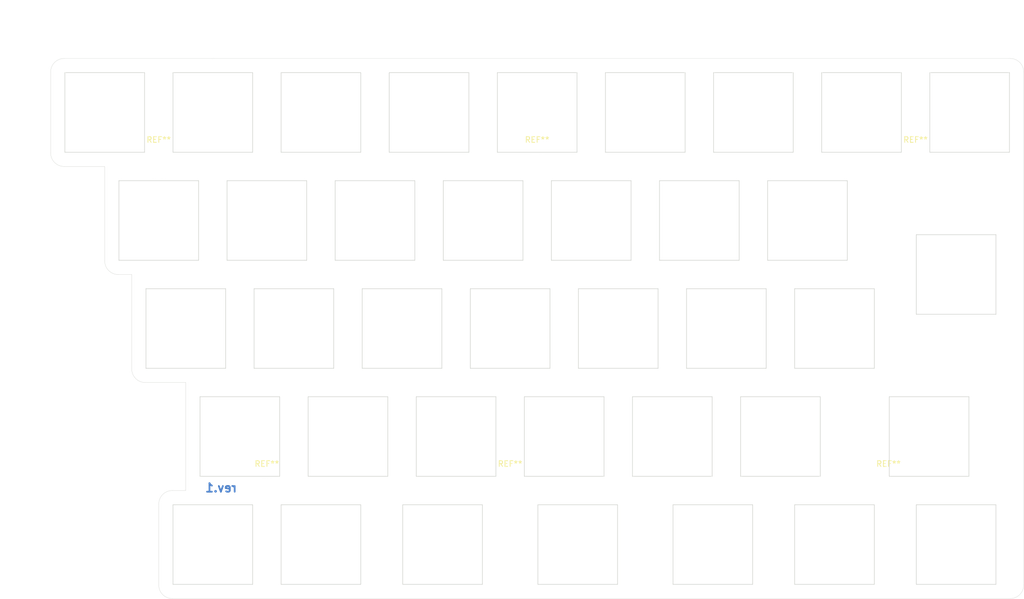
<source format=kicad_pcb>
(kicad_pcb (version 20171130) (host pcbnew 5.1.2-f72e74a~84~ubuntu18.04.1)

  (general
    (thickness 1.6)
    (drawings 25)
    (tracks 0)
    (zones 0)
    (modules 45)
    (nets 1)
  )

  (page A4)
  (layers
    (0 F.Cu signal)
    (31 B.Cu signal)
    (32 B.Adhes user)
    (33 F.Adhes user)
    (34 B.Paste user)
    (35 F.Paste user)
    (36 B.SilkS user)
    (37 F.SilkS user)
    (38 B.Mask user)
    (39 F.Mask user)
    (40 Dwgs.User user)
    (41 Cmts.User user)
    (42 Eco1.User user)
    (43 Eco2.User user)
    (44 Edge.Cuts user)
    (45 Margin user)
    (46 B.CrtYd user)
    (47 F.CrtYd user)
    (48 B.Fab user)
    (49 F.Fab user)
  )

  (setup
    (last_trace_width 0.25)
    (trace_clearance 0.2)
    (zone_clearance 0.508)
    (zone_45_only no)
    (trace_min 0.2)
    (via_size 0.8)
    (via_drill 0.4)
    (via_min_size 0.4)
    (via_min_drill 0.3)
    (uvia_size 0.3)
    (uvia_drill 0.1)
    (uvias_allowed no)
    (uvia_min_size 0.2)
    (uvia_min_drill 0.1)
    (edge_width 0.05)
    (segment_width 0.2)
    (pcb_text_width 0.3)
    (pcb_text_size 1.5 1.5)
    (mod_edge_width 0.12)
    (mod_text_size 1 1)
    (mod_text_width 0.15)
    (pad_size 2.55 2.5)
    (pad_drill 0)
    (pad_to_mask_clearance 0.051)
    (solder_mask_min_width 0.25)
    (aux_axis_origin 0 0)
    (visible_elements FFFFFF7F)
    (pcbplotparams
      (layerselection 0x010f0_ffffffff)
      (usegerberextensions true)
      (usegerberattributes false)
      (usegerberadvancedattributes false)
      (creategerberjobfile false)
      (excludeedgelayer true)
      (linewidth 0.100000)
      (plotframeref false)
      (viasonmask false)
      (mode 1)
      (useauxorigin false)
      (hpglpennumber 1)
      (hpglpenspeed 20)
      (hpglpendiameter 15.000000)
      (psnegative false)
      (psa4output false)
      (plotreference true)
      (plotvalue true)
      (plotinvisibletext false)
      (padsonsilk false)
      (subtractmaskfromsilk true)
      (outputformat 1)
      (mirror false)
      (drillshape 0)
      (scaleselection 1)
      (outputdirectory "../gerber-test/pcb/right/"))
  )

  (net 0 "")

  (net_class Default "これはデフォルトのネット クラスです。"
    (clearance 0.2)
    (trace_width 0.25)
    (via_dia 0.8)
    (via_drill 0.4)
    (uvia_dia 0.3)
    (uvia_drill 0.1)
  )

  (net_class Power ""
    (clearance 0.2)
    (trace_width 0.5)
    (via_dia 0.8)
    (via_drill 0.4)
    (uvia_dia 0.3)
    (uvia_drill 0.1)
  )

  (module lib:MX_CUTOUT (layer F.Cu) (tedit 5BCAE12D) (tstamp 5D03F3E8)
    (at 197.125 83.125)
    (fp_text reference MX_CUTOUT (at 0 1.5) (layer F.SilkS) hide
      (effects (font (size 1 1) (thickness 0.15)))
    )
    (fp_text value VAL** (at 0 0) (layer F.SilkS) hide
      (effects (font (size 1 1) (thickness 0.15)))
    )
    (fp_line (start 7 7) (end 7 -7) (layer Edge.Cuts) (width 0.1))
    (fp_line (start -7 7) (end 7 7) (layer Edge.Cuts) (width 0.1))
    (fp_line (start -7 -7) (end -7 7) (layer Edge.Cuts) (width 0.1))
    (fp_line (start 7 -7) (end -7 -7) (layer Edge.Cuts) (width 0.1))
  )

  (module Keebio-Parts:MX_Stabilizer_Cutout-2u (layer F.Cu) (tedit 59618178) (tstamp 5D03F3C8)
    (at 197.125 83.125 90)
    (fp_text reference REF** (at 0.25 10.05 90) (layer Eco2.User) hide
      (effects (font (size 1 1) (thickness 0.15)))
    )
    (fp_text value MX_Stabilizer_Cutout-2u (at 0 -15.24 90) (layer F.Fab) hide
      (effects (font (size 1 1) (thickness 0.15)))
    )
    (fp_line (start 19 -9.5) (end 19 9.5) (layer Dwgs.User) (width 0.15))
    (fp_line (start 19 9.5) (end -19 9.5) (layer Dwgs.User) (width 0.15))
    (fp_line (start -19 9.5) (end -19 -9.5) (layer Dwgs.User) (width 0.15))
    (fp_line (start -19 -9.5) (end 19 -9.5) (layer Dwgs.User) (width 0.15))
    (pad "" np_thru_hole oval (at -11.938 7.7724 90) (size 3.048 0.3048) (drill oval 3.048 0.3048) (layers *.Cu *.Mask))
    (pad "" np_thru_hole oval (at -10.5664 7.112 90) (size 0.3048 1.4732) (drill oval 0.3048 1.4732) (layers *.Cu *.Mask))
    (pad "" np_thru_hole oval (at -13.3096 7.112 90) (size 0.3048 1.4732) (drill oval 0.3048 1.4732) (layers *.Cu *.Mask))
    (pad "" np_thru_hole oval (at -15.5448 0.3556 90) (size 1.1684 0.3048) (drill oval 1.1684 0.3048) (layers *.Cu *.Mask))
    (pad "" np_thru_hole oval (at -11.938 6.4516 90) (size 6.6548 0.3048) (drill oval 6.6548 0.3048) (layers *.Cu *.Mask))
    (pad "" np_thru_hole oval (at -8.763 0.4572 90) (size 0.3048 12.2936) (drill oval 0.3048 12.2936) (layers *.Cu *.Mask))
    (pad "" np_thru_hole oval (at -15.113 0.4572 90) (size 0.3048 12.2936) (drill oval 0.3048 12.2936) (layers *.Cu *.Mask))
    (pad "" np_thru_hole oval (at -15.9766 -0.889 90) (size 0.3048 2.794) (drill oval 0.3048 2.794) (layers *.Cu *.Mask))
    (pad "" np_thru_hole oval (at -15.5448 -2.1336 90) (size 1.1684 0.3048) (drill oval 1.1684 0.3048) (layers *.Cu *.Mask))
    (pad "" np_thru_hole oval (at -11.938 -5.5372 90) (size 6.6548 0.3048) (drill oval 6.6548 0.3048) (layers *.Cu *.Mask))
    (pad "" np_thru_hole oval (at 15.5448 0.3556 90) (size 1.1684 0.3048) (drill oval 1.1684 0.3048) (layers *.Cu *.Mask))
    (pad "" np_thru_hole oval (at 13.3096 7.112 90) (size 0.3048 1.4732) (drill oval 0.3048 1.4732) (layers *.Cu *.Mask))
    (pad "" np_thru_hole oval (at 15.5448 -2.1336 90) (size 1.1684 0.3048) (drill oval 1.1684 0.3048) (layers *.Cu *.Mask))
    (pad "" np_thru_hole oval (at 10.5664 7.112 90) (size 0.3048 1.4732) (drill oval 0.3048 1.4732) (layers *.Cu *.Mask))
    (pad "" np_thru_hole oval (at 15.9766 -0.889 90) (size 0.3048 2.794) (drill oval 0.3048 2.794) (layers *.Cu *.Mask))
    (pad "" np_thru_hole oval (at 15.113 0.4572 90) (size 0.3048 12.2936) (drill oval 0.3048 12.2936) (layers *.Cu *.Mask))
    (pad "" np_thru_hole oval (at 11.938 6.4516 90) (size 6.6548 0.3048) (drill oval 6.6548 0.3048) (layers *.Cu *.Mask))
    (pad "" np_thru_hole oval (at 8.763 0.4572 90) (size 0.3048 12.2936) (drill oval 0.3048 12.2936) (layers *.Cu *.Mask))
    (pad "" np_thru_hole oval (at 11.938 -5.5372 90) (size 6.6548 0.3048) (drill oval 6.6548 0.3048) (layers *.Cu *.Mask))
    (pad "" np_thru_hole oval (at 11.938 7.7724 90) (size 3.048 0.3048) (drill oval 3.048 0.3048) (layers *.Cu *.Mask))
  )

  (module lib:MX_CUTOUT (layer F.Cu) (tedit 5BCAE12D) (tstamp 5CFEA594)
    (at 66.5 130.625)
    (fp_text reference MX_CUTOUT (at 0 1.5) (layer F.SilkS) hide
      (effects (font (size 1 1) (thickness 0.15)))
    )
    (fp_text value VAL** (at 0 0) (layer F.SilkS) hide
      (effects (font (size 1 1) (thickness 0.15)))
    )
    (fp_line (start 7 7) (end 7 -7) (layer Edge.Cuts) (width 0.1))
    (fp_line (start -7 7) (end 7 7) (layer Edge.Cuts) (width 0.1))
    (fp_line (start -7 -7) (end -7 7) (layer Edge.Cuts) (width 0.1))
    (fp_line (start 7 -7) (end -7 -7) (layer Edge.Cuts) (width 0.1))
  )

  (module lib:MX_CUTOUT (layer F.Cu) (tedit 5BCAE12D) (tstamp 5CFEA576)
    (at 85.5 130.625)
    (fp_text reference MX_CUTOUT (at 0 1.5) (layer F.SilkS) hide
      (effects (font (size 1 1) (thickness 0.15)))
    )
    (fp_text value VAL** (at 0 0) (layer F.SilkS) hide
      (effects (font (size 1 1) (thickness 0.15)))
    )
    (fp_line (start 7 7) (end 7 -7) (layer Edge.Cuts) (width 0.1))
    (fp_line (start -7 7) (end 7 7) (layer Edge.Cuts) (width 0.1))
    (fp_line (start -7 -7) (end -7 7) (layer Edge.Cuts) (width 0.1))
    (fp_line (start 7 -7) (end -7 -7) (layer Edge.Cuts) (width 0.1))
  )

  (module lib:MX_CUTOUT (layer F.Cu) (tedit 5BCAE12D) (tstamp 5CFEA558)
    (at 106.875 130.625)
    (fp_text reference MX_CUTOUT (at 0 1.5) (layer F.SilkS) hide
      (effects (font (size 1 1) (thickness 0.15)))
    )
    (fp_text value VAL** (at 0 0) (layer F.SilkS) hide
      (effects (font (size 1 1) (thickness 0.15)))
    )
    (fp_line (start 7 7) (end 7 -7) (layer Edge.Cuts) (width 0.1))
    (fp_line (start -7 7) (end 7 7) (layer Edge.Cuts) (width 0.1))
    (fp_line (start -7 -7) (end -7 7) (layer Edge.Cuts) (width 0.1))
    (fp_line (start 7 -7) (end -7 -7) (layer Edge.Cuts) (width 0.1))
  )

  (module lib:MX_CUTOUT (layer F.Cu) (tedit 5BCAE12D) (tstamp 5CFEA53A)
    (at 130.625 130.625)
    (fp_text reference MX_CUTOUT (at 0 1.5) (layer F.SilkS) hide
      (effects (font (size 1 1) (thickness 0.15)))
    )
    (fp_text value VAL** (at 0 0) (layer F.SilkS) hide
      (effects (font (size 1 1) (thickness 0.15)))
    )
    (fp_line (start 7 7) (end 7 -7) (layer Edge.Cuts) (width 0.1))
    (fp_line (start -7 7) (end 7 7) (layer Edge.Cuts) (width 0.1))
    (fp_line (start -7 -7) (end -7 7) (layer Edge.Cuts) (width 0.1))
    (fp_line (start 7 -7) (end -7 -7) (layer Edge.Cuts) (width 0.1))
  )

  (module lib:MX_CUTOUT (layer F.Cu) (tedit 5BCAE12D) (tstamp 5CFEA51C)
    (at 154.375 130.625)
    (fp_text reference MX_CUTOUT (at 0 1.5) (layer F.SilkS) hide
      (effects (font (size 1 1) (thickness 0.15)))
    )
    (fp_text value VAL** (at 0 0) (layer F.SilkS) hide
      (effects (font (size 1 1) (thickness 0.15)))
    )
    (fp_line (start 7 7) (end 7 -7) (layer Edge.Cuts) (width 0.1))
    (fp_line (start -7 7) (end 7 7) (layer Edge.Cuts) (width 0.1))
    (fp_line (start -7 -7) (end -7 7) (layer Edge.Cuts) (width 0.1))
    (fp_line (start 7 -7) (end -7 -7) (layer Edge.Cuts) (width 0.1))
  )

  (module lib:MX_CUTOUT (layer F.Cu) (tedit 5BCAE12D) (tstamp 5CFEA4FE)
    (at 175.75 130.625)
    (fp_text reference MX_CUTOUT (at 0 1.5) (layer F.SilkS) hide
      (effects (font (size 1 1) (thickness 0.15)))
    )
    (fp_text value VAL** (at 0 0) (layer F.SilkS) hide
      (effects (font (size 1 1) (thickness 0.15)))
    )
    (fp_line (start 7 7) (end 7 -7) (layer Edge.Cuts) (width 0.1))
    (fp_line (start -7 7) (end 7 7) (layer Edge.Cuts) (width 0.1))
    (fp_line (start -7 -7) (end -7 7) (layer Edge.Cuts) (width 0.1))
    (fp_line (start 7 -7) (end -7 -7) (layer Edge.Cuts) (width 0.1))
  )

  (module lib:MX_CUTOUT (layer F.Cu) (tedit 5BCAE12D) (tstamp 5CFEA4E0)
    (at 197.125 130.625)
    (fp_text reference MX_CUTOUT (at 0 1.5) (layer F.SilkS) hide
      (effects (font (size 1 1) (thickness 0.15)))
    )
    (fp_text value VAL** (at 0 0) (layer F.SilkS) hide
      (effects (font (size 1 1) (thickness 0.15)))
    )
    (fp_line (start 7 7) (end 7 -7) (layer Edge.Cuts) (width 0.1))
    (fp_line (start -7 7) (end 7 7) (layer Edge.Cuts) (width 0.1))
    (fp_line (start -7 -7) (end -7 7) (layer Edge.Cuts) (width 0.1))
    (fp_line (start 7 -7) (end -7 -7) (layer Edge.Cuts) (width 0.1))
  )

  (module lib:MX_CUTOUT (layer F.Cu) (tedit 5BCAE12D) (tstamp 5CFEA4C2)
    (at 199.5 54.625)
    (fp_text reference MX_CUTOUT (at 0 1.5) (layer F.SilkS) hide
      (effects (font (size 1 1) (thickness 0.15)))
    )
    (fp_text value VAL** (at 0 0) (layer F.SilkS) hide
      (effects (font (size 1 1) (thickness 0.15)))
    )
    (fp_line (start 7 7) (end 7 -7) (layer Edge.Cuts) (width 0.1))
    (fp_line (start -7 7) (end 7 7) (layer Edge.Cuts) (width 0.1))
    (fp_line (start -7 -7) (end -7 7) (layer Edge.Cuts) (width 0.1))
    (fp_line (start 7 -7) (end -7 -7) (layer Edge.Cuts) (width 0.1))
  )

  (module lib:MX_CUTOUT (layer F.Cu) (tedit 5BCAE12D) (tstamp 5CFEA4A4)
    (at 180.5 54.625)
    (fp_text reference MX_CUTOUT (at 0 1.5) (layer F.SilkS) hide
      (effects (font (size 1 1) (thickness 0.15)))
    )
    (fp_text value VAL** (at 0 0) (layer F.SilkS) hide
      (effects (font (size 1 1) (thickness 0.15)))
    )
    (fp_line (start 7 7) (end 7 -7) (layer Edge.Cuts) (width 0.1))
    (fp_line (start -7 7) (end 7 7) (layer Edge.Cuts) (width 0.1))
    (fp_line (start -7 -7) (end -7 7) (layer Edge.Cuts) (width 0.1))
    (fp_line (start 7 -7) (end -7 -7) (layer Edge.Cuts) (width 0.1))
  )

  (module lib:MX_CUTOUT (layer F.Cu) (tedit 5BCAE12D) (tstamp 5CFEA486)
    (at 161.5 54.625)
    (fp_text reference MX_CUTOUT (at 0 1.5) (layer F.SilkS) hide
      (effects (font (size 1 1) (thickness 0.15)))
    )
    (fp_text value VAL** (at 0 0) (layer F.SilkS) hide
      (effects (font (size 1 1) (thickness 0.15)))
    )
    (fp_line (start 7 7) (end 7 -7) (layer Edge.Cuts) (width 0.1))
    (fp_line (start -7 7) (end 7 7) (layer Edge.Cuts) (width 0.1))
    (fp_line (start -7 -7) (end -7 7) (layer Edge.Cuts) (width 0.1))
    (fp_line (start 7 -7) (end -7 -7) (layer Edge.Cuts) (width 0.1))
  )

  (module lib:MX_CUTOUT (layer F.Cu) (tedit 5BCAE12D) (tstamp 5CFEA468)
    (at 142.5 54.625)
    (fp_text reference MX_CUTOUT (at 0 1.5) (layer F.SilkS) hide
      (effects (font (size 1 1) (thickness 0.15)))
    )
    (fp_text value VAL** (at 0 0) (layer F.SilkS) hide
      (effects (font (size 1 1) (thickness 0.15)))
    )
    (fp_line (start 7 7) (end 7 -7) (layer Edge.Cuts) (width 0.1))
    (fp_line (start -7 7) (end 7 7) (layer Edge.Cuts) (width 0.1))
    (fp_line (start -7 -7) (end -7 7) (layer Edge.Cuts) (width 0.1))
    (fp_line (start 7 -7) (end -7 -7) (layer Edge.Cuts) (width 0.1))
  )

  (module lib:MX_CUTOUT (layer F.Cu) (tedit 5BCAE12D) (tstamp 5CFEA44A)
    (at 123.5 54.625)
    (fp_text reference MX_CUTOUT (at 0 1.5) (layer F.SilkS) hide
      (effects (font (size 1 1) (thickness 0.15)))
    )
    (fp_text value VAL** (at 0 0) (layer F.SilkS) hide
      (effects (font (size 1 1) (thickness 0.15)))
    )
    (fp_line (start 7 7) (end 7 -7) (layer Edge.Cuts) (width 0.1))
    (fp_line (start -7 7) (end 7 7) (layer Edge.Cuts) (width 0.1))
    (fp_line (start -7 -7) (end -7 7) (layer Edge.Cuts) (width 0.1))
    (fp_line (start 7 -7) (end -7 -7) (layer Edge.Cuts) (width 0.1))
  )

  (module lib:MX_CUTOUT (layer F.Cu) (tedit 5BCAE12D) (tstamp 5CFEA42C)
    (at 104.5 54.625)
    (fp_text reference MX_CUTOUT (at 0 1.5) (layer F.SilkS) hide
      (effects (font (size 1 1) (thickness 0.15)))
    )
    (fp_text value VAL** (at 0 0) (layer F.SilkS) hide
      (effects (font (size 1 1) (thickness 0.15)))
    )
    (fp_line (start 7 7) (end 7 -7) (layer Edge.Cuts) (width 0.1))
    (fp_line (start -7 7) (end 7 7) (layer Edge.Cuts) (width 0.1))
    (fp_line (start -7 -7) (end -7 7) (layer Edge.Cuts) (width 0.1))
    (fp_line (start 7 -7) (end -7 -7) (layer Edge.Cuts) (width 0.1))
  )

  (module lib:MX_CUTOUT (layer F.Cu) (tedit 5BCAE12D) (tstamp 5CFEA40E)
    (at 85.5 54.625)
    (fp_text reference MX_CUTOUT (at 0 1.5) (layer F.SilkS) hide
      (effects (font (size 1 1) (thickness 0.15)))
    )
    (fp_text value VAL** (at 0 0) (layer F.SilkS) hide
      (effects (font (size 1 1) (thickness 0.15)))
    )
    (fp_line (start 7 7) (end 7 -7) (layer Edge.Cuts) (width 0.1))
    (fp_line (start -7 7) (end 7 7) (layer Edge.Cuts) (width 0.1))
    (fp_line (start -7 -7) (end -7 7) (layer Edge.Cuts) (width 0.1))
    (fp_line (start 7 -7) (end -7 -7) (layer Edge.Cuts) (width 0.1))
  )

  (module lib:MX_CUTOUT (layer F.Cu) (tedit 5BCAE12D) (tstamp 5CFEA3F0)
    (at 66.5 54.625)
    (fp_text reference MX_CUTOUT (at 0 1.5) (layer F.SilkS) hide
      (effects (font (size 1 1) (thickness 0.15)))
    )
    (fp_text value VAL** (at 0 0) (layer F.SilkS) hide
      (effects (font (size 1 1) (thickness 0.15)))
    )
    (fp_line (start 7 7) (end 7 -7) (layer Edge.Cuts) (width 0.1))
    (fp_line (start -7 7) (end 7 7) (layer Edge.Cuts) (width 0.1))
    (fp_line (start -7 -7) (end -7 7) (layer Edge.Cuts) (width 0.1))
    (fp_line (start 7 -7) (end -7 -7) (layer Edge.Cuts) (width 0.1))
  )

  (module lib:MX_CUTOUT (layer F.Cu) (tedit 5BCAE12D) (tstamp 5CFEA3D2)
    (at 47.5 54.625)
    (fp_text reference MX_CUTOUT (at 0 1.5) (layer F.SilkS) hide
      (effects (font (size 1 1) (thickness 0.15)))
    )
    (fp_text value VAL** (at 0 0) (layer F.SilkS) hide
      (effects (font (size 1 1) (thickness 0.15)))
    )
    (fp_line (start 7 7) (end 7 -7) (layer Edge.Cuts) (width 0.1))
    (fp_line (start -7 7) (end 7 7) (layer Edge.Cuts) (width 0.1))
    (fp_line (start -7 -7) (end -7 7) (layer Edge.Cuts) (width 0.1))
    (fp_line (start 7 -7) (end -7 -7) (layer Edge.Cuts) (width 0.1))
  )

  (module lib:MX_CUTOUT (layer F.Cu) (tedit 5BCAE12D) (tstamp 5CFEA3B4)
    (at 57 73.625)
    (fp_text reference MX_CUTOUT (at 0 1.5) (layer F.SilkS) hide
      (effects (font (size 1 1) (thickness 0.15)))
    )
    (fp_text value VAL** (at 0 0) (layer F.SilkS) hide
      (effects (font (size 1 1) (thickness 0.15)))
    )
    (fp_line (start 7 7) (end 7 -7) (layer Edge.Cuts) (width 0.1))
    (fp_line (start -7 7) (end 7 7) (layer Edge.Cuts) (width 0.1))
    (fp_line (start -7 -7) (end -7 7) (layer Edge.Cuts) (width 0.1))
    (fp_line (start 7 -7) (end -7 -7) (layer Edge.Cuts) (width 0.1))
  )

  (module lib:MX_CUTOUT (layer F.Cu) (tedit 5BCAE12D) (tstamp 5CFEA396)
    (at 76 73.625)
    (fp_text reference MX_CUTOUT (at 0 1.5) (layer F.SilkS) hide
      (effects (font (size 1 1) (thickness 0.15)))
    )
    (fp_text value VAL** (at 0 0) (layer F.SilkS) hide
      (effects (font (size 1 1) (thickness 0.15)))
    )
    (fp_line (start 7 7) (end 7 -7) (layer Edge.Cuts) (width 0.1))
    (fp_line (start -7 7) (end 7 7) (layer Edge.Cuts) (width 0.1))
    (fp_line (start -7 -7) (end -7 7) (layer Edge.Cuts) (width 0.1))
    (fp_line (start 7 -7) (end -7 -7) (layer Edge.Cuts) (width 0.1))
  )

  (module lib:MX_CUTOUT (layer F.Cu) (tedit 5BCAE12D) (tstamp 5CFEA378)
    (at 95 73.625)
    (fp_text reference MX_CUTOUT (at 0 1.5) (layer F.SilkS) hide
      (effects (font (size 1 1) (thickness 0.15)))
    )
    (fp_text value VAL** (at 0 0) (layer F.SilkS) hide
      (effects (font (size 1 1) (thickness 0.15)))
    )
    (fp_line (start 7 7) (end 7 -7) (layer Edge.Cuts) (width 0.1))
    (fp_line (start -7 7) (end 7 7) (layer Edge.Cuts) (width 0.1))
    (fp_line (start -7 -7) (end -7 7) (layer Edge.Cuts) (width 0.1))
    (fp_line (start 7 -7) (end -7 -7) (layer Edge.Cuts) (width 0.1))
  )

  (module lib:MX_CUTOUT (layer F.Cu) (tedit 5BCAE12D) (tstamp 5CFEA35A)
    (at 114 73.625)
    (fp_text reference MX_CUTOUT (at 0 1.5) (layer F.SilkS) hide
      (effects (font (size 1 1) (thickness 0.15)))
    )
    (fp_text value VAL** (at 0 0) (layer F.SilkS) hide
      (effects (font (size 1 1) (thickness 0.15)))
    )
    (fp_line (start 7 7) (end 7 -7) (layer Edge.Cuts) (width 0.1))
    (fp_line (start -7 7) (end 7 7) (layer Edge.Cuts) (width 0.1))
    (fp_line (start -7 -7) (end -7 7) (layer Edge.Cuts) (width 0.1))
    (fp_line (start 7 -7) (end -7 -7) (layer Edge.Cuts) (width 0.1))
  )

  (module lib:MX_CUTOUT (layer F.Cu) (tedit 5BCAE12D) (tstamp 5CFEA33C)
    (at 133 73.625)
    (fp_text reference MX_CUTOUT (at 0 1.5) (layer F.SilkS) hide
      (effects (font (size 1 1) (thickness 0.15)))
    )
    (fp_text value VAL** (at 0 0) (layer F.SilkS) hide
      (effects (font (size 1 1) (thickness 0.15)))
    )
    (fp_line (start 7 7) (end 7 -7) (layer Edge.Cuts) (width 0.1))
    (fp_line (start -7 7) (end 7 7) (layer Edge.Cuts) (width 0.1))
    (fp_line (start -7 -7) (end -7 7) (layer Edge.Cuts) (width 0.1))
    (fp_line (start 7 -7) (end -7 -7) (layer Edge.Cuts) (width 0.1))
  )

  (module lib:MX_CUTOUT (layer F.Cu) (tedit 5BCAE12D) (tstamp 5CFEA31E)
    (at 152 73.625)
    (fp_text reference MX_CUTOUT (at 0 1.5) (layer F.SilkS) hide
      (effects (font (size 1 1) (thickness 0.15)))
    )
    (fp_text value VAL** (at 0 0) (layer F.SilkS) hide
      (effects (font (size 1 1) (thickness 0.15)))
    )
    (fp_line (start 7 7) (end 7 -7) (layer Edge.Cuts) (width 0.1))
    (fp_line (start -7 7) (end 7 7) (layer Edge.Cuts) (width 0.1))
    (fp_line (start -7 -7) (end -7 7) (layer Edge.Cuts) (width 0.1))
    (fp_line (start 7 -7) (end -7 -7) (layer Edge.Cuts) (width 0.1))
  )

  (module lib:MX_CUTOUT (layer F.Cu) (tedit 5BCAE12D) (tstamp 5CFEA300)
    (at 171 73.625)
    (fp_text reference MX_CUTOUT (at 0 1.5) (layer F.SilkS) hide
      (effects (font (size 1 1) (thickness 0.15)))
    )
    (fp_text value VAL** (at 0 0) (layer F.SilkS) hide
      (effects (font (size 1 1) (thickness 0.15)))
    )
    (fp_line (start 7 7) (end 7 -7) (layer Edge.Cuts) (width 0.1))
    (fp_line (start -7 7) (end 7 7) (layer Edge.Cuts) (width 0.1))
    (fp_line (start -7 -7) (end -7 7) (layer Edge.Cuts) (width 0.1))
    (fp_line (start 7 -7) (end -7 -7) (layer Edge.Cuts) (width 0.1))
  )

  (module lib:MX_CUTOUT (layer F.Cu) (tedit 5BCAE12D) (tstamp 5CFEA2E2)
    (at 175.75 92.625)
    (fp_text reference MX_CUTOUT (at 0 1.5) (layer F.SilkS) hide
      (effects (font (size 1 1) (thickness 0.15)))
    )
    (fp_text value VAL** (at 0 0) (layer F.SilkS) hide
      (effects (font (size 1 1) (thickness 0.15)))
    )
    (fp_line (start 7 7) (end 7 -7) (layer Edge.Cuts) (width 0.1))
    (fp_line (start -7 7) (end 7 7) (layer Edge.Cuts) (width 0.1))
    (fp_line (start -7 -7) (end -7 7) (layer Edge.Cuts) (width 0.1))
    (fp_line (start 7 -7) (end -7 -7) (layer Edge.Cuts) (width 0.1))
  )

  (module lib:MX_CUTOUT (layer F.Cu) (tedit 5BCAE12D) (tstamp 5CFEA2C4)
    (at 156.75 92.625)
    (fp_text reference MX_CUTOUT (at 0 1.5) (layer F.SilkS) hide
      (effects (font (size 1 1) (thickness 0.15)))
    )
    (fp_text value VAL** (at 0 0) (layer F.SilkS) hide
      (effects (font (size 1 1) (thickness 0.15)))
    )
    (fp_line (start 7 7) (end 7 -7) (layer Edge.Cuts) (width 0.1))
    (fp_line (start -7 7) (end 7 7) (layer Edge.Cuts) (width 0.1))
    (fp_line (start -7 -7) (end -7 7) (layer Edge.Cuts) (width 0.1))
    (fp_line (start 7 -7) (end -7 -7) (layer Edge.Cuts) (width 0.1))
  )

  (module lib:MX_CUTOUT (layer F.Cu) (tedit 5BCAE12D) (tstamp 5CFEA2A6)
    (at 137.75 92.625)
    (fp_text reference MX_CUTOUT (at 0 1.5) (layer F.SilkS) hide
      (effects (font (size 1 1) (thickness 0.15)))
    )
    (fp_text value VAL** (at 0 0) (layer F.SilkS) hide
      (effects (font (size 1 1) (thickness 0.15)))
    )
    (fp_line (start 7 7) (end 7 -7) (layer Edge.Cuts) (width 0.1))
    (fp_line (start -7 7) (end 7 7) (layer Edge.Cuts) (width 0.1))
    (fp_line (start -7 -7) (end -7 7) (layer Edge.Cuts) (width 0.1))
    (fp_line (start 7 -7) (end -7 -7) (layer Edge.Cuts) (width 0.1))
  )

  (module lib:MX_CUTOUT (layer F.Cu) (tedit 5BCAE12D) (tstamp 5CFEA288)
    (at 118.75 92.625)
    (fp_text reference MX_CUTOUT (at 0 1.5) (layer F.SilkS) hide
      (effects (font (size 1 1) (thickness 0.15)))
    )
    (fp_text value VAL** (at 0 0) (layer F.SilkS) hide
      (effects (font (size 1 1) (thickness 0.15)))
    )
    (fp_line (start 7 7) (end 7 -7) (layer Edge.Cuts) (width 0.1))
    (fp_line (start -7 7) (end 7 7) (layer Edge.Cuts) (width 0.1))
    (fp_line (start -7 -7) (end -7 7) (layer Edge.Cuts) (width 0.1))
    (fp_line (start 7 -7) (end -7 -7) (layer Edge.Cuts) (width 0.1))
  )

  (module lib:MX_CUTOUT (layer F.Cu) (tedit 5BCAE12D) (tstamp 5CFEA26A)
    (at 99.75 92.625)
    (fp_text reference MX_CUTOUT (at 0 1.5) (layer F.SilkS) hide
      (effects (font (size 1 1) (thickness 0.15)))
    )
    (fp_text value VAL** (at 0 0) (layer F.SilkS) hide
      (effects (font (size 1 1) (thickness 0.15)))
    )
    (fp_line (start 7 7) (end 7 -7) (layer Edge.Cuts) (width 0.1))
    (fp_line (start -7 7) (end 7 7) (layer Edge.Cuts) (width 0.1))
    (fp_line (start -7 -7) (end -7 7) (layer Edge.Cuts) (width 0.1))
    (fp_line (start 7 -7) (end -7 -7) (layer Edge.Cuts) (width 0.1))
  )

  (module lib:MX_CUTOUT (layer F.Cu) (tedit 5BCAE12D) (tstamp 5CFEA24C)
    (at 80.75 92.625)
    (fp_text reference MX_CUTOUT (at 0 1.5) (layer F.SilkS) hide
      (effects (font (size 1 1) (thickness 0.15)))
    )
    (fp_text value VAL** (at 0 0) (layer F.SilkS) hide
      (effects (font (size 1 1) (thickness 0.15)))
    )
    (fp_line (start 7 7) (end 7 -7) (layer Edge.Cuts) (width 0.1))
    (fp_line (start -7 7) (end 7 7) (layer Edge.Cuts) (width 0.1))
    (fp_line (start -7 -7) (end -7 7) (layer Edge.Cuts) (width 0.1))
    (fp_line (start 7 -7) (end -7 -7) (layer Edge.Cuts) (width 0.1))
  )

  (module lib:MX_CUTOUT (layer F.Cu) (tedit 5BCAE12D) (tstamp 5CFEA22E)
    (at 61.75 92.625)
    (fp_text reference MX_CUTOUT (at 0 1.5) (layer F.SilkS) hide
      (effects (font (size 1 1) (thickness 0.15)))
    )
    (fp_text value VAL** (at 0 0) (layer F.SilkS) hide
      (effects (font (size 1 1) (thickness 0.15)))
    )
    (fp_line (start 7 7) (end 7 -7) (layer Edge.Cuts) (width 0.1))
    (fp_line (start -7 7) (end 7 7) (layer Edge.Cuts) (width 0.1))
    (fp_line (start -7 -7) (end -7 7) (layer Edge.Cuts) (width 0.1))
    (fp_line (start 7 -7) (end -7 -7) (layer Edge.Cuts) (width 0.1))
  )

  (module lib:MX_CUTOUT (layer F.Cu) (tedit 5BCAE12D) (tstamp 5CFEA210)
    (at 71.25 111.625)
    (fp_text reference MX_CUTOUT (at 0 1.5) (layer F.SilkS) hide
      (effects (font (size 1 1) (thickness 0.15)))
    )
    (fp_text value VAL** (at 0 0) (layer F.SilkS) hide
      (effects (font (size 1 1) (thickness 0.15)))
    )
    (fp_line (start 7 7) (end 7 -7) (layer Edge.Cuts) (width 0.1))
    (fp_line (start -7 7) (end 7 7) (layer Edge.Cuts) (width 0.1))
    (fp_line (start -7 -7) (end -7 7) (layer Edge.Cuts) (width 0.1))
    (fp_line (start 7 -7) (end -7 -7) (layer Edge.Cuts) (width 0.1))
  )

  (module lib:MX_CUTOUT (layer F.Cu) (tedit 5BCAE12D) (tstamp 5CFEA1F2)
    (at 90.25 111.625)
    (fp_text reference MX_CUTOUT (at 0 1.5) (layer F.SilkS) hide
      (effects (font (size 1 1) (thickness 0.15)))
    )
    (fp_text value VAL** (at 0 0) (layer F.SilkS) hide
      (effects (font (size 1 1) (thickness 0.15)))
    )
    (fp_line (start 7 7) (end 7 -7) (layer Edge.Cuts) (width 0.1))
    (fp_line (start -7 7) (end 7 7) (layer Edge.Cuts) (width 0.1))
    (fp_line (start -7 -7) (end -7 7) (layer Edge.Cuts) (width 0.1))
    (fp_line (start 7 -7) (end -7 -7) (layer Edge.Cuts) (width 0.1))
  )

  (module lib:MX_CUTOUT (layer F.Cu) (tedit 5BCAE12D) (tstamp 5CFEA1D4)
    (at 109.25 111.625)
    (fp_text reference MX_CUTOUT (at 0 1.5) (layer F.SilkS) hide
      (effects (font (size 1 1) (thickness 0.15)))
    )
    (fp_text value VAL** (at 0 0) (layer F.SilkS) hide
      (effects (font (size 1 1) (thickness 0.15)))
    )
    (fp_line (start 7 7) (end 7 -7) (layer Edge.Cuts) (width 0.1))
    (fp_line (start -7 7) (end 7 7) (layer Edge.Cuts) (width 0.1))
    (fp_line (start -7 -7) (end -7 7) (layer Edge.Cuts) (width 0.1))
    (fp_line (start 7 -7) (end -7 -7) (layer Edge.Cuts) (width 0.1))
  )

  (module lib:MX_CUTOUT (layer F.Cu) (tedit 5BCAE12D) (tstamp 5CFEA1B6)
    (at 128.25 111.625)
    (fp_text reference MX_CUTOUT (at 0 1.5) (layer F.SilkS) hide
      (effects (font (size 1 1) (thickness 0.15)))
    )
    (fp_text value VAL** (at 0 0) (layer F.SilkS) hide
      (effects (font (size 1 1) (thickness 0.15)))
    )
    (fp_line (start 7 7) (end 7 -7) (layer Edge.Cuts) (width 0.1))
    (fp_line (start -7 7) (end 7 7) (layer Edge.Cuts) (width 0.1))
    (fp_line (start -7 -7) (end -7 7) (layer Edge.Cuts) (width 0.1))
    (fp_line (start 7 -7) (end -7 -7) (layer Edge.Cuts) (width 0.1))
  )

  (module lib:MX_CUTOUT (layer F.Cu) (tedit 5BCAE12D) (tstamp 5CFEA198)
    (at 147.25 111.625)
    (fp_text reference MX_CUTOUT (at 0 1.5) (layer F.SilkS) hide
      (effects (font (size 1 1) (thickness 0.15)))
    )
    (fp_text value VAL** (at 0 0) (layer F.SilkS) hide
      (effects (font (size 1 1) (thickness 0.15)))
    )
    (fp_line (start 7 7) (end 7 -7) (layer Edge.Cuts) (width 0.1))
    (fp_line (start -7 7) (end 7 7) (layer Edge.Cuts) (width 0.1))
    (fp_line (start -7 -7) (end -7 7) (layer Edge.Cuts) (width 0.1))
    (fp_line (start 7 -7) (end -7 -7) (layer Edge.Cuts) (width 0.1))
  )

  (module lib:MX_CUTOUT (layer F.Cu) (tedit 5BCAE12D) (tstamp 5CFEA17A)
    (at 166.25 111.625)
    (fp_text reference MX_CUTOUT (at 0 1.5) (layer F.SilkS) hide
      (effects (font (size 1 1) (thickness 0.15)))
    )
    (fp_text value VAL** (at 0 0) (layer F.SilkS) hide
      (effects (font (size 1 1) (thickness 0.15)))
    )
    (fp_line (start 7 7) (end 7 -7) (layer Edge.Cuts) (width 0.1))
    (fp_line (start -7 7) (end 7 7) (layer Edge.Cuts) (width 0.1))
    (fp_line (start -7 -7) (end -7 7) (layer Edge.Cuts) (width 0.1))
    (fp_line (start 7 -7) (end -7 -7) (layer Edge.Cuts) (width 0.1))
  )

  (module lib:MX_CUTOUT (layer F.Cu) (tedit 5BCAE12D) (tstamp 5CFEA15C)
    (at 192.375 111.625)
    (fp_text reference MX_CUTOUT (at 0 1.5) (layer F.SilkS) hide
      (effects (font (size 1 1) (thickness 0.15)))
    )
    (fp_text value VAL** (at 0 0) (layer F.SilkS) hide
      (effects (font (size 1 1) (thickness 0.15)))
    )
    (fp_line (start 7 7) (end 7 -7) (layer Edge.Cuts) (width 0.1))
    (fp_line (start -7 7) (end 7 7) (layer Edge.Cuts) (width 0.1))
    (fp_line (start -7 -7) (end -7 7) (layer Edge.Cuts) (width 0.1))
    (fp_line (start 7 -7) (end -7 -7) (layer Edge.Cuts) (width 0.1))
  )

  (module MountingHole:MountingHole_3.7mm (layer F.Cu) (tedit 56D1B4CB) (tstamp 5D03ED51)
    (at 185.25 121.125)
    (descr "Mounting Hole 3.7mm, no annular")
    (tags "mounting hole 3.7mm no annular")
    (attr virtual)
    (fp_text reference REF** (at 0 -4.7) (layer F.SilkS)
      (effects (font (size 1 1) (thickness 0.15)))
    )
    (fp_text value MountingHole_3.7mm (at 0 4.7) (layer F.Fab)
      (effects (font (size 1 1) (thickness 0.15)))
    )
    (fp_text user %R (at 0.3 0) (layer F.Fab)
      (effects (font (size 1 1) (thickness 0.15)))
    )
    (fp_circle (center 0 0) (end 3.7 0) (layer Cmts.User) (width 0.15))
    (fp_circle (center 0 0) (end 3.95 0) (layer F.CrtYd) (width 0.05))
    (pad 1 np_thru_hole circle (at 0 0) (size 3.7 3.7) (drill 3.7) (layers *.Cu *.Mask))
  )

  (module MountingHole:MountingHole_3.7mm (layer F.Cu) (tedit 56D1B4CB) (tstamp 5D03ED43)
    (at 190 64.125)
    (descr "Mounting Hole 3.7mm, no annular")
    (tags "mounting hole 3.7mm no annular")
    (attr virtual)
    (fp_text reference REF** (at 0 -4.7) (layer F.SilkS)
      (effects (font (size 1 1) (thickness 0.15)))
    )
    (fp_text value MountingHole_3.7mm (at 0 4.7) (layer F.Fab)
      (effects (font (size 1 1) (thickness 0.15)))
    )
    (fp_circle (center 0 0) (end 3.95 0) (layer F.CrtYd) (width 0.05))
    (fp_circle (center 0 0) (end 3.7 0) (layer Cmts.User) (width 0.15))
    (fp_text user %R (at 0.3 0) (layer F.Fab)
      (effects (font (size 1 1) (thickness 0.15)))
    )
    (pad 1 np_thru_hole circle (at 0 0) (size 3.7 3.7) (drill 3.7) (layers *.Cu *.Mask))
  )

  (module MountingHole:MountingHole_3.7mm (layer F.Cu) (tedit 56D1B4CB) (tstamp 5D03ED35)
    (at 123.5 64.125)
    (descr "Mounting Hole 3.7mm, no annular")
    (tags "mounting hole 3.7mm no annular")
    (attr virtual)
    (fp_text reference REF** (at 0 -4.7) (layer F.SilkS)
      (effects (font (size 1 1) (thickness 0.15)))
    )
    (fp_text value MountingHole_3.7mm (at 0 4.7) (layer F.Fab)
      (effects (font (size 1 1) (thickness 0.15)))
    )
    (fp_text user %R (at 0.3 0) (layer F.Fab)
      (effects (font (size 1 1) (thickness 0.15)))
    )
    (fp_circle (center 0 0) (end 3.7 0) (layer Cmts.User) (width 0.15))
    (fp_circle (center 0 0) (end 3.95 0) (layer F.CrtYd) (width 0.05))
    (pad 1 np_thru_hole circle (at 0 0) (size 3.7 3.7) (drill 3.7) (layers *.Cu *.Mask))
  )

  (module MountingHole:MountingHole_3.7mm (layer F.Cu) (tedit 56D1B4CB) (tstamp 5D03ED27)
    (at 57 64.125)
    (descr "Mounting Hole 3.7mm, no annular")
    (tags "mounting hole 3.7mm no annular")
    (attr virtual)
    (fp_text reference REF** (at 0 -4.7) (layer F.SilkS)
      (effects (font (size 1 1) (thickness 0.15)))
    )
    (fp_text value MountingHole_3.7mm (at 0 4.7) (layer F.Fab)
      (effects (font (size 1 1) (thickness 0.15)))
    )
    (fp_circle (center 0 0) (end 3.95 0) (layer F.CrtYd) (width 0.05))
    (fp_circle (center 0 0) (end 3.7 0) (layer Cmts.User) (width 0.15))
    (fp_text user %R (at 0.3 0) (layer F.Fab)
      (effects (font (size 1 1) (thickness 0.15)))
    )
    (pad 1 np_thru_hole circle (at 0 0) (size 3.7 3.7) (drill 3.7) (layers *.Cu *.Mask))
  )

  (module MountingHole:MountingHole_3.7mm (layer F.Cu) (tedit 56D1B4CB) (tstamp 5D03ED19)
    (at 76 121.125)
    (descr "Mounting Hole 3.7mm, no annular")
    (tags "mounting hole 3.7mm no annular")
    (attr virtual)
    (fp_text reference REF** (at 0 -4.7) (layer F.SilkS)
      (effects (font (size 1 1) (thickness 0.15)))
    )
    (fp_text value MountingHole_3.7mm (at 0 4.7) (layer F.Fab)
      (effects (font (size 1 1) (thickness 0.15)))
    )
    (fp_text user %R (at 0.3 0) (layer F.Fab)
      (effects (font (size 1 1) (thickness 0.15)))
    )
    (fp_circle (center 0 0) (end 3.7 0) (layer Cmts.User) (width 0.15))
    (fp_circle (center 0 0) (end 3.95 0) (layer F.CrtYd) (width 0.05))
    (pad 1 np_thru_hole circle (at 0 0) (size 3.7 3.7) (drill 3.7) (layers *.Cu *.Mask))
  )

  (module MountingHole:MountingHole_3.7mm (layer F.Cu) (tedit 56D1B4CB) (tstamp 5D03ED08)
    (at 118.75 121.125)
    (descr "Mounting Hole 3.7mm, no annular")
    (tags "mounting hole 3.7mm no annular")
    (attr virtual)
    (fp_text reference REF** (at 0 -4.7) (layer F.SilkS)
      (effects (font (size 1 1) (thickness 0.15)))
    )
    (fp_text value MountingHole_3.7mm (at 0 4.7) (layer F.Fab)
      (effects (font (size 1 1) (thickness 0.15)))
    )
    (fp_circle (center 0 0) (end 3.95 0) (layer F.CrtYd) (width 0.05))
    (fp_circle (center 0 0) (end 3.7 0) (layer Cmts.User) (width 0.15))
    (fp_text user %R (at 0.3 0) (layer F.Fab)
      (effects (font (size 1 1) (thickness 0.15)))
    )
    (pad 1 np_thru_hole circle (at 0 0) (size 3.7 3.7) (drill 3.7) (layers *.Cu *.Mask))
  )

  (gr_text rev.1 (at 67.945 120.65) (layer B.Cu)
    (effects (font (size 1.5 1.5) (thickness 0.3)) (justify mirror))
  )
  (gr_circle (center 71.275 102.15) (end 71.755 104.14) (layer Dwgs.User) (width 0.15))
  (gr_line (start 66.5 45.125) (end 40.375 45.125) (layer Edge.Cuts) (width 0.05))
  (gr_arc (start 59.375 137.75) (end 57 137.75) (angle -90) (layer Edge.Cuts) (width 0.05))
  (gr_arc (start 59.375 123.5) (end 59.375 121.125) (angle -90) (layer Edge.Cuts) (width 0.05))
  (gr_arc (start 54.625 99.75) (end 52.25 99.75) (angle -90) (layer Edge.Cuts) (width 0.05))
  (gr_arc (start 49.875 80.75) (end 47.5 80.75) (angle -90) (layer Edge.Cuts) (width 0.05))
  (gr_arc (start 40.375 61.75) (end 38 61.75) (angle -90) (layer Edge.Cuts) (width 0.05))
  (gr_arc (start 40.375 47.5) (end 40.375 45.125) (angle -90) (layer Edge.Cuts) (width 0.05))
  (gr_arc (start 206.625 47.5) (end 209 47.5) (angle -90) (layer Edge.Cuts) (width 0.05))
  (gr_arc (start 206.625 137.75) (end 206.625 140.125) (angle -90) (layer Edge.Cuts) (width 0.05))
  (dimension 95.025003 (width 0.15) (layer Dwgs.User)
    (gr_text "95.025 mm" (at 30.462494 92.61448 270.0150739) (layer Dwgs.User)
      (effects (font (size 1 1) (thickness 0.15)))
    )
    (feature1 (pts (xy 38 140.125) (xy 31.188573 140.126792)))
    (feature2 (pts (xy 37.975 45.1) (xy 31.163573 45.101792)))
    (crossbar (pts (xy 31.749994 45.101638) (xy 31.774994 140.126638)))
    (arrow1a (pts (xy 31.774994 140.126638) (xy 31.188277 139.000289)))
    (arrow1b (pts (xy 31.774994 140.126638) (xy 32.361118 138.99998)))
    (arrow2a (pts (xy 31.749994 45.101638) (xy 31.16387 46.228296)))
    (arrow2b (pts (xy 31.749994 45.101638) (xy 32.336711 46.227987)))
  )
  (dimension 171.025002 (width 0.15) (layer Dwgs.User)
    (gr_text "171.025 mm" (at 123.488899 35.5425 359.9916246) (layer Dwgs.User)
      (effects (font (size 1 1) (thickness 0.15)))
    )
    (feature1 (pts (xy 209 45.125) (xy 209.001295 36.268579)))
    (feature2 (pts (xy 37.975 45.1) (xy 37.976295 36.243579)))
    (crossbar (pts (xy 37.976209 36.83) (xy 209.001209 36.855)))
    (arrow1a (pts (xy 209.001209 36.855) (xy 207.87462 37.441256)))
    (arrow1b (pts (xy 209.001209 36.855) (xy 207.874791 36.268415)))
    (arrow2a (pts (xy 37.976209 36.83) (xy 39.102627 37.416585)))
    (arrow2b (pts (xy 37.976209 36.83) (xy 39.102798 36.243744)))
  )
  (gr_line (start 206.625 140.125) (end 59.375 140.125) (layer Edge.Cuts) (width 0.05) (tstamp 5CF33D30))
  (gr_line (start 47.5 64.125) (end 40.375 64.125) (layer Edge.Cuts) (width 0.05) (tstamp 5CF33D2F))
  (gr_line (start 47.5 80.75) (end 47.5 64.125) (layer Edge.Cuts) (width 0.05))
  (gr_line (start 52.25 83.125) (end 49.875 83.125) (layer Edge.Cuts) (width 0.05))
  (gr_line (start 52.25 99.75) (end 52.25 83.125) (layer Edge.Cuts) (width 0.05))
  (gr_line (start 61.75 102.125) (end 54.625 102.125) (layer Edge.Cuts) (width 0.05))
  (gr_line (start 61.75 121.125) (end 61.75 102.125) (layer Edge.Cuts) (width 0.05))
  (gr_line (start 61.75 121.125) (end 59.375 121.125) (layer Edge.Cuts) (width 0.05))
  (gr_line (start 57 137.75) (end 57 123.5) (layer Edge.Cuts) (width 0.05))
  (gr_line (start 209 47.5) (end 209 137.75) (layer Edge.Cuts) (width 0.05))
  (gr_line (start 66.5 45.125) (end 206.625 45.125) (layer Edge.Cuts) (width 0.05))
  (gr_line (start 38 61.75) (end 38 47.5) (layer Edge.Cuts) (width 0.05))

)

</source>
